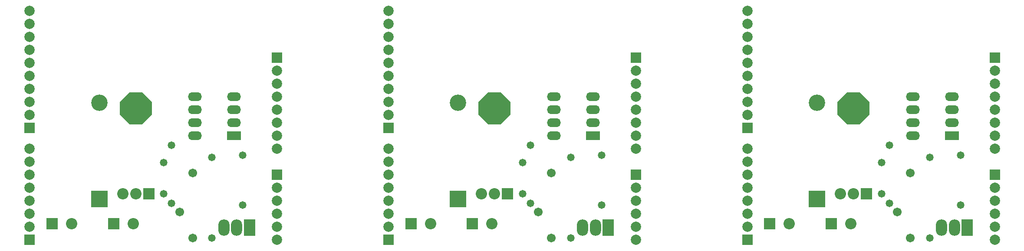
<source format=gbs>
G04 Layer_Color=16711935*
%FSLAX44Y44*%
%MOMM*%
G71*
G01*
G75*
%ADD49C,3.2032*%
%ADD50R,3.2032X3.2032*%
%ADD51C,1.7032*%
%ADD52C,2.2032*%
%ADD53R,2.2032X2.2032*%
%ADD54P,6.7143X8X202.5*%
%ADD55C,2.0032*%
%ADD56R,2.0032X2.0032*%
%ADD57R,2.2032X3.2032*%
%ADD58O,2.2032X3.2032*%
%ADD59R,2.7032X1.7032*%
%ADD60O,2.7032X1.7032*%
%ADD61C,1.4732*%
%ADD62C,1.0032*%
D49*
X2381469Y497191D02*
D03*
X1681469D02*
D03*
X981469D02*
D03*
D50*
X2381469Y308809D02*
D03*
X1681469D02*
D03*
X981469D02*
D03*
D51*
X2563469Y360000D02*
D03*
X2538069Y283800D02*
D03*
X2563469Y233000D02*
D03*
X1863469Y360000D02*
D03*
X1838069Y283800D02*
D03*
X1863469Y233000D02*
D03*
X1163469Y360000D02*
D03*
X1138069Y283800D02*
D03*
X1163469Y233000D02*
D03*
D52*
X2447519Y261000D02*
D03*
X2327519D02*
D03*
X2427069Y319000D02*
D03*
X2452469D02*
D03*
X1747519Y261000D02*
D03*
X1627519D02*
D03*
X1727069Y319000D02*
D03*
X1752469D02*
D03*
X1047519Y261000D02*
D03*
X927519D02*
D03*
X1027069Y319000D02*
D03*
X1052469D02*
D03*
D53*
X2409419Y261000D02*
D03*
X2289419D02*
D03*
X2477869Y319000D02*
D03*
X1709419Y261000D02*
D03*
X1589419D02*
D03*
X1777869Y319000D02*
D03*
X1009419Y261000D02*
D03*
X889419D02*
D03*
X1077869Y319000D02*
D03*
D54*
X2452469Y486000D02*
D03*
X1752469D02*
D03*
X1052469D02*
D03*
D55*
X2728069Y229200D02*
D03*
Y254600D02*
D03*
Y280000D02*
D03*
Y305400D02*
D03*
Y330800D02*
D03*
X2245469Y254600D02*
D03*
Y280000D02*
D03*
Y305400D02*
D03*
Y330800D02*
D03*
Y356200D02*
D03*
Y381600D02*
D03*
Y407000D02*
D03*
X2728069Y559400D02*
D03*
Y534000D02*
D03*
Y508600D02*
D03*
Y483200D02*
D03*
Y457800D02*
D03*
Y432400D02*
D03*
Y407000D02*
D03*
X2245469Y473040D02*
D03*
Y498440D02*
D03*
Y523840D02*
D03*
Y549240D02*
D03*
Y574640D02*
D03*
Y600040D02*
D03*
Y625440D02*
D03*
Y676240D02*
D03*
Y650840D02*
D03*
X2028069Y229200D02*
D03*
Y254600D02*
D03*
Y280000D02*
D03*
Y305400D02*
D03*
Y330800D02*
D03*
X1545469Y254600D02*
D03*
Y280000D02*
D03*
Y305400D02*
D03*
Y330800D02*
D03*
Y356200D02*
D03*
Y381600D02*
D03*
Y407000D02*
D03*
X2028069Y559400D02*
D03*
Y534000D02*
D03*
Y508600D02*
D03*
Y483200D02*
D03*
Y457800D02*
D03*
Y432400D02*
D03*
Y407000D02*
D03*
X1545469Y473040D02*
D03*
Y498440D02*
D03*
Y523840D02*
D03*
Y549240D02*
D03*
Y574640D02*
D03*
Y600040D02*
D03*
Y625440D02*
D03*
Y676240D02*
D03*
Y650840D02*
D03*
X1328069Y229200D02*
D03*
Y254600D02*
D03*
Y280000D02*
D03*
Y305400D02*
D03*
Y330800D02*
D03*
X845469Y254600D02*
D03*
Y280000D02*
D03*
Y305400D02*
D03*
Y330800D02*
D03*
Y356200D02*
D03*
Y381600D02*
D03*
Y407000D02*
D03*
X1328069Y559400D02*
D03*
Y534000D02*
D03*
Y508600D02*
D03*
Y483200D02*
D03*
Y457800D02*
D03*
Y432400D02*
D03*
Y407000D02*
D03*
X845469Y473040D02*
D03*
Y498440D02*
D03*
Y523840D02*
D03*
Y549240D02*
D03*
Y574640D02*
D03*
Y600040D02*
D03*
Y625440D02*
D03*
Y676240D02*
D03*
Y650840D02*
D03*
D56*
X2728069Y356200D02*
D03*
X2245469Y229200D02*
D03*
X2728069Y584800D02*
D03*
X2245469Y447640D02*
D03*
X2028069Y356200D02*
D03*
X1545469Y229200D02*
D03*
X2028069Y584800D02*
D03*
X1545469Y447640D02*
D03*
X1328069Y356200D02*
D03*
X845469Y229200D02*
D03*
X1328069Y584800D02*
D03*
X845469Y447640D02*
D03*
D57*
X2674469Y253000D02*
D03*
X1974469D02*
D03*
X1274469D02*
D03*
D58*
X2649469D02*
D03*
X2624469D02*
D03*
X1949469D02*
D03*
X1924469D02*
D03*
X1249469D02*
D03*
X1224469D02*
D03*
D59*
X2644569Y432900D02*
D03*
X1944569D02*
D03*
X1244569D02*
D03*
D60*
X2644569Y458300D02*
D03*
Y483700D02*
D03*
Y509100D02*
D03*
X2568369Y432900D02*
D03*
Y458300D02*
D03*
Y483700D02*
D03*
Y509100D02*
D03*
X1944569Y458300D02*
D03*
Y483700D02*
D03*
Y509100D02*
D03*
X1868369Y432900D02*
D03*
Y458300D02*
D03*
Y483700D02*
D03*
Y509100D02*
D03*
X1244569Y458300D02*
D03*
Y483700D02*
D03*
Y509100D02*
D03*
X1168369Y432900D02*
D03*
Y458300D02*
D03*
Y483700D02*
D03*
Y509100D02*
D03*
D61*
X2522469Y301000D02*
D03*
X2507469Y380000D02*
D03*
Y319000D02*
D03*
X2661469Y395000D02*
D03*
Y297000D02*
D03*
X2601469Y390000D02*
D03*
Y233000D02*
D03*
X2522469Y414000D02*
D03*
X1822469Y301000D02*
D03*
X1807469Y380000D02*
D03*
Y319000D02*
D03*
X1961469Y395000D02*
D03*
Y297000D02*
D03*
X1901469Y390000D02*
D03*
Y233000D02*
D03*
X1822469Y414000D02*
D03*
X1122469Y301000D02*
D03*
X1107469Y380000D02*
D03*
Y319000D02*
D03*
X1261469Y395000D02*
D03*
Y297000D02*
D03*
X1201469Y390000D02*
D03*
Y233000D02*
D03*
X1122469Y414000D02*
D03*
D62*
X2434969Y503500D02*
D03*
X2469969D02*
D03*
Y468500D02*
D03*
X2434969D02*
D03*
X2427719Y486000D02*
D03*
X2452469Y461250D02*
D03*
X2477219Y486000D02*
D03*
X2452469Y510750D02*
D03*
X1734969Y503500D02*
D03*
X1769969D02*
D03*
Y468500D02*
D03*
X1734969D02*
D03*
X1727719Y486000D02*
D03*
X1752469Y461250D02*
D03*
X1777219Y486000D02*
D03*
X1752469Y510750D02*
D03*
X1034969Y503500D02*
D03*
X1069969D02*
D03*
Y468500D02*
D03*
X1034969D02*
D03*
X1027719Y486000D02*
D03*
X1052469Y461250D02*
D03*
X1077219Y486000D02*
D03*
X1052469Y510750D02*
D03*
M02*

</source>
